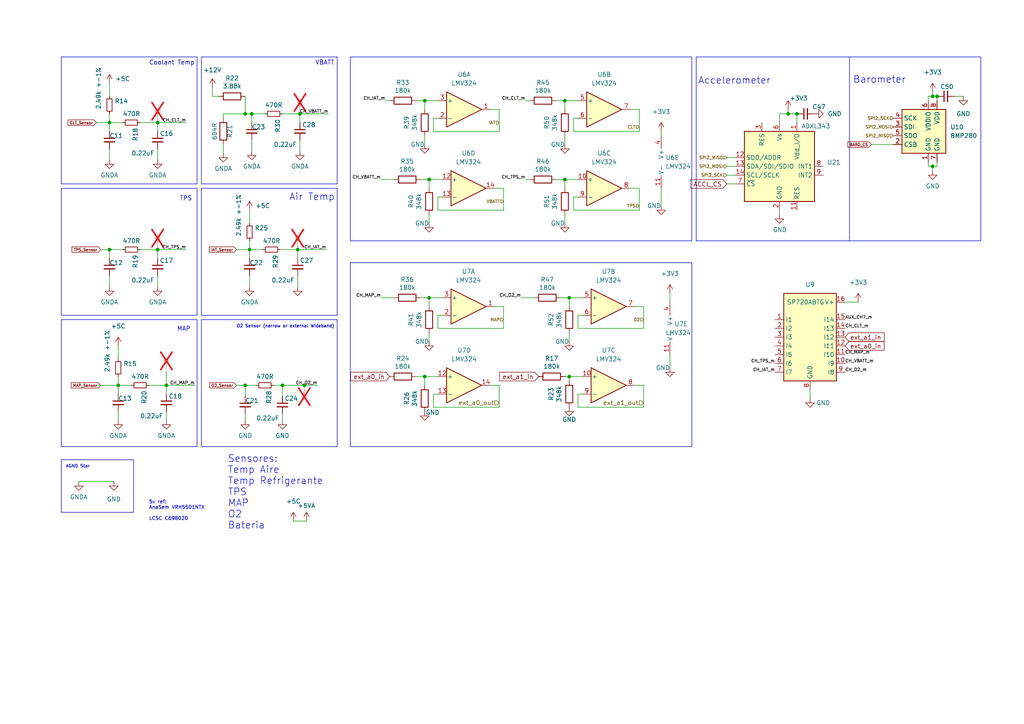
<source format=kicad_sch>
(kicad_sch (version 20231120) (generator "eeschema") (generator_version "8.0")
  (paper "A4")
  (title_block (title "μEFI (Speeduino FW compatible)") (date "2023-12-25") (rev "v6.1") (company "Churrosoft ®") (comment 1 "CERN-OHL-S-2.0 license"))
  (junction (at 72.39 72.39))
  (junction (at 270.51 27.94))
  (junction (at 123.19 109.22))
  (junction (at 123.19 29.21))
  (junction (at 31.75 72.39))
  (junction (at 45.72 35.56))
  (junction (at 270.51 48.26))
  (junction (at 86.995 33.02))
  (junction (at 34.29 111.76))
  (junction (at 45.72 72.39))
  (junction (at 165.1 86.36))
  (junction (at 231.14 33.02))
  (junction (at 124.46 86.36))
  (junction (at 81.915 111.76))
  (junction (at 271.78 27.94))
  (junction (at 165.1 109.22))
  (junction (at 163.83 29.21))
  (junction (at 124.46 52.07))
  (junction (at 31.75 35.56))
  (junction (at 86.36 72.39))
  (junction (at 73.025 33.02))
  (junction (at 71.12 111.76))
  (junction (at 48.26 111.76))
  (junction (at 71.12 33.02))
  (junction (at 163.83 52.07))
  (junction (at 88.265 111.76))
  (junction (at 228.6 33.02))
  (wire (pts (xy 45.72 80.01) (xy 45.72 83.185)))
  (wire (pts (xy 127 114.3) (xy 125.73 114.3)))
  (polyline (pts (xy 97.79 16.51) (xy 97.79 53.34)))
  (wire (pts (xy 63.5 27.94) (xy 61.595 27.94)))
  (wire (pts (xy 110.49 86.36) (xy 114.3 86.36)))
  (wire (pts (xy 31.75 35.56) (xy 35.56 35.56)))
  (wire (pts (xy 48.26 107.95) (xy 48.26 111.76)))
  (wire (pts (xy 271.78 29.21) (xy 271.78 27.94)))
  (wire (pts (xy 270.51 27.94) (xy 269.24 27.94)))
  (wire (pts (xy 166.37 60.96) (xy 185.42 60.96)))
  (polyline (pts (xy 246.38 16.51) (xy 246.38 69.85)))
  (wire (pts (xy 144.78 38.1) (xy 144.78 31.75)))
  (wire (pts (xy 124.46 52.07) (xy 128.27 52.07)))
  (wire (pts (xy 167.64 57.15) (xy 166.37 57.15)))
  (wire (pts (xy 210.82 53.34) (xy 213.36 53.34)))
  (wire (pts (xy 128.27 91.44) (xy 127 91.44)))
  (wire (pts (xy 127 95.25) (xy 146.05 95.25)))
  (wire (pts (xy 152.4 52.07) (xy 153.67 52.07)))
  (wire (pts (xy 271.78 27.94) (xy 270.51 27.94)))
  (wire (pts (xy 45.72 38.1) (xy 45.72 35.56)))
  (wire (pts (xy 64.77 33.02) (xy 64.77 34.29)))
  (polyline (pts (xy 57.15 92.71) (xy 57.15 129.54)))
  (wire (pts (xy 271.78 46.99) (xy 271.78 48.26)))
  (wire (pts (xy 68.58 111.76) (xy 71.12 111.76)))
  (wire (pts (xy 31.75 80.01) (xy 31.75 83.185)))
  (wire (pts (xy 167.64 114.3) (xy 167.64 118.11)))
  (wire (pts (xy 86.36 74.93) (xy 86.36 72.39)))
  (wire (pts (xy 161.29 52.07) (xy 163.83 52.07)))
  (wire (pts (xy 166.37 34.29) (xy 166.37 38.1)))
  (wire (pts (xy 146.05 95.25) (xy 146.05 88.9)))
  (wire (pts (xy 88.265 111.76) (xy 92.075 111.76)))
  (wire (pts (xy 31.75 24.13) (xy 31.75 27.94)))
  (wire (pts (xy 123.19 29.21) (xy 123.19 31.75)))
  (wire (pts (xy 72.39 72.39) (xy 72.39 74.93)))
  (wire (pts (xy 269.24 48.26) (xy 269.24 46.99)))
  (wire (pts (xy 72.39 69.85) (xy 72.39 72.39)))
  (wire (pts (xy 167.64 91.44) (xy 167.64 95.25)))
  (wire (pts (xy 110.49 52.07) (xy 114.3 52.07)))
  (wire (pts (xy 168.91 114.3) (xy 167.64 114.3)))
  (wire (pts (xy 31.75 35.56) (xy 31.75 38.1)))
  (polyline (pts (xy 97.79 53.34) (xy 58.42 53.34)))
  (wire (pts (xy 163.83 52.07) (xy 163.83 54.61)))
  (wire (pts (xy 186.69 111.76) (xy 184.15 111.76)))
  (wire (pts (xy 123.19 41.91) (xy 123.19 39.37)))
  (wire (pts (xy 269.24 27.94) (xy 269.24 29.21)))
  (polyline (pts (xy 58.42 92.71) (xy 58.42 129.54)))
  (wire (pts (xy 167.64 34.29) (xy 166.37 34.29)))
  (wire (pts (xy 163.83 64.77) (xy 163.83 62.23)))
  (wire (pts (xy 86.36 72.39) (xy 94.615 72.39)))
  (wire (pts (xy 71.12 33.02) (xy 73.025 33.02)))
  (polyline (pts (xy 17.78 92.71) (xy 17.78 129.54)))
  (wire (pts (xy 34.29 111.76) (xy 38.1 111.76)))
  (wire (pts (xy 123.19 29.21) (xy 127 29.21)))
  (wire (pts (xy 163.83 29.21) (xy 167.64 29.21)))
  (wire (pts (xy 210.82 48.26) (xy 213.36 48.26)))
  (wire (pts (xy 165.1 109.22) (xy 165.1 110.49)))
  (wire (pts (xy 85.09 151.13) (xy 88.9 151.13)))
  (wire (pts (xy 48.26 119.38) (xy 48.26 121.92)))
  (wire (pts (xy 144.78 118.11) (xy 144.78 111.76)))
  (wire (pts (xy 127 57.15) (xy 127 60.96)))
  (wire (pts (xy 124.46 86.36) (xy 124.46 88.9)))
  (wire (pts (xy 31.75 72.39) (xy 35.56 72.39)))
  (wire (pts (xy 270.51 26.67) (xy 270.51 27.94)))
  (wire (pts (xy 226.06 62.23) (xy 226.06 60.96)))
  (wire (pts (xy 127 91.44) (xy 127 95.25)))
  (wire (pts (xy 31.75 33.02) (xy 31.75 35.56)))
  (wire (pts (xy 120.65 29.21) (xy 123.19 29.21)))
  (wire (pts (xy 22.86 139.7) (xy 33.02 139.7)))
  (wire (pts (xy 191.77 54.61) (xy 191.77 59.69)))
  (wire (pts (xy 71.12 120.015) (xy 71.12 121.92)))
  (wire (pts (xy 125.73 118.11) (xy 144.78 118.11)))
  (wire (pts (xy 125.73 38.1) (xy 144.78 38.1)))
  (wire (pts (xy 186.69 118.11) (xy 186.69 111.76)))
  (polyline (pts (xy 17.78 16.51) (xy 57.15 16.51)))
  (wire (pts (xy 245.11 87.63) (xy 248.92 87.63)))
  (wire (pts (xy 86.995 35.56) (xy 86.995 33.02)))
  (polyline (pts (xy 17.78 16.51) (xy 17.78 53.34)))
  (polyline (pts (xy 58.42 16.51) (xy 97.79 16.51)))
  (wire (pts (xy 72.39 60.96) (xy 72.39 64.77)))
  (polyline (pts (xy 38.735 148.59) (xy 17.78 148.59)))
  (wire (pts (xy 124.46 99.06) (xy 124.46 96.52)))
  (wire (pts (xy 194.31 102.87) (xy 194.31 106.68)))
  (wire (pts (xy 86.995 33.02) (xy 95.25 33.02)))
  (wire (pts (xy 73.025 33.02) (xy 73.025 35.56)))
  (polyline (pts (xy 17.78 92.71) (xy 57.15 92.71)))
  (polyline (pts (xy 58.42 54.61) (xy 58.42 91.44)))
  (wire (pts (xy 28.575 111.76) (xy 34.29 111.76)))
  (wire (pts (xy 45.72 74.93) (xy 45.72 72.39)))
  (wire (pts (xy 64.77 41.91) (xy 64.77 44.45)))
  (wire (pts (xy 163.83 52.07) (xy 167.64 52.07)))
  (wire (pts (xy 165.1 86.36) (xy 165.1 88.9)))
  (wire (pts (xy 146.05 88.9) (xy 143.51 88.9)))
  (wire (pts (xy 123.19 109.22) (xy 127 109.22)))
  (wire (pts (xy 165.1 86.36) (xy 168.91 86.36)))
  (wire (pts (xy 186.69 88.9) (xy 184.15 88.9)))
  (wire (pts (xy 81.915 33.02) (xy 86.995 33.02)))
  (wire (pts (xy 270.51 49.53) (xy 270.51 48.26)))
  (wire (pts (xy 151.13 86.36) (xy 154.94 86.36)))
  (polyline (pts (xy 57.15 16.51) (xy 57.15 53.34)))
  (wire (pts (xy 27.94 35.56) (xy 31.75 35.56)))
  (wire (pts (xy 124.46 64.77) (xy 124.46 62.23)))
  (wire (pts (xy 166.37 38.1) (xy 185.42 38.1)))
  (wire (pts (xy 29.21 72.39) (xy 31.75 72.39)))
  (wire (pts (xy 146.05 60.96) (xy 146.05 54.61)))
  (wire (pts (xy 125.73 34.29) (xy 125.73 38.1)))
  (wire (pts (xy 64.77 33.02) (xy 71.12 33.02)))
  (wire (pts (xy 185.42 60.96) (xy 185.42 54.61)))
  (wire (pts (xy 228.6 31.75) (xy 228.6 33.02)))
  (wire (pts (xy 144.78 31.75) (xy 142.24 31.75)))
  (wire (pts (xy 120.65 109.22) (xy 123.19 109.22)))
  (wire (pts (xy 163.83 109.22) (xy 165.1 109.22)))
  (wire (pts (xy 167.64 118.11) (xy 186.69 118.11)))
  (wire (pts (xy 165.1 99.06) (xy 165.1 96.52)))
  (wire (pts (xy 121.92 86.36) (xy 124.46 86.36)))
  (wire (pts (xy 34.29 119.38) (xy 34.29 121.92)))
  (wire (pts (xy 210.82 45.72) (xy 213.36 45.72)))
  (wire (pts (xy 45.72 35.56) (xy 53.975 35.56)))
  (wire (pts (xy 161.29 29.21) (xy 163.83 29.21)))
  (wire (pts (xy 279.4 27.94) (xy 276.86 27.94)))
  (wire (pts (xy 86.36 80.01) (xy 86.36 83.185)))
  (wire (pts (xy 185.42 54.61) (xy 182.88 54.61)))
  (wire (pts (xy 40.64 72.39) (xy 45.72 72.39)))
  (wire (pts (xy 61.595 27.94) (xy 61.595 25.4)))
  (wire (pts (xy 165.1 109.22) (xy 168.91 109.22)))
  (wire (pts (xy 128.27 57.15) (xy 127 57.15)))
  (polyline (pts (xy 97.79 91.44) (xy 58.42 91.44)))
  (wire (pts (xy 163.83 41.91) (xy 163.83 39.37)))
  (wire (pts (xy 185.42 31.75) (xy 182.88 31.75)))
  (polyline (pts (xy 57.15 53.34) (xy 17.78 53.34)))
  (wire (pts (xy 71.12 27.94) (xy 71.12 33.02)))
  (wire (pts (xy 185.42 38.1) (xy 185.42 31.75)))
  (wire (pts (xy 271.78 48.26) (xy 270.51 48.26)))
  (wire (pts (xy 124.46 86.36) (xy 128.27 86.36)))
  (polyline (pts (xy 21.59 133.35) (xy 38.735 133.35)))
  (wire (pts (xy 73.025 40.64) (xy 73.025 43.815)))
  (wire (pts (xy 43.18 111.76) (xy 48.26 111.76)))
  (wire (pts (xy 226.06 33.02) (xy 228.6 33.02)))
  (wire (pts (xy 73.025 33.02) (xy 76.835 33.02)))
  (wire (pts (xy 72.39 72.39) (xy 76.2 72.39)))
  (wire (pts (xy 152.4 29.21) (xy 153.67 29.21)))
  (wire (pts (xy 194.31 85.09) (xy 194.31 87.63)))
  (wire (pts (xy 234.95 113.03) (xy 234.95 115.57)))
  (wire (pts (xy 123.19 109.22) (xy 123.19 111.76)))
  (wire (pts (xy 79.375 111.76) (xy 81.915 111.76)))
  (wire (pts (xy 81.915 111.76) (xy 88.265 111.76)))
  (wire (pts (xy 71.12 111.76) (xy 71.12 114.935)))
  (polyline (pts (xy 17.78 148.59) (xy 17.78 133.35)))
  (polyline (pts (xy 17.78 133.35) (xy 21.59 133.35)))
  (wire (pts (xy 270.51 48.26) (xy 269.24 48.26)))
  (polyline (pts (xy 97.79 54.61) (xy 97.79 91.44)))
  (wire (pts (xy 231.14 35.56) (xy 231.14 33.02)))
  (wire (pts (xy 45.72 72.39) (xy 53.975 72.39)))
  (polyline (pts (xy 38.735 133.35) (xy 38.735 148.59)))
  (wire (pts (xy 111.76 29.21) (xy 113.03 29.21)))
  (wire (pts (xy 162.56 86.36) (xy 165.1 86.36)))
  (wire (pts (xy 252.73 41.91) (xy 259.08 41.91)))
  (wire (pts (xy 48.26 111.76) (xy 56.515 111.76)))
  (wire (pts (xy 124.46 52.07) (xy 124.46 54.61)))
  (polyline (pts (xy 17.78 54.61) (xy 57.15 54.61)))
  (wire (pts (xy 231.14 33.02) (xy 228.6 33.02)))
  (polyline (pts (xy 58.42 92.71) (xy 97.79 92.71)))
  (wire (pts (xy 86.995 40.64) (xy 86.995 43.815)))
  (wire (pts (xy 144.78 111.76) (xy 142.24 111.76)))
  (wire (pts (xy 166.37 57.15) (xy 166.37 60.96)))
  (wire (pts (xy 34.29 111.76) (xy 34.29 114.3)))
  (wire (pts (xy 167.64 95.25) (xy 186.69 95.25)))
  (wire (pts (xy 168.91 91.44) (xy 167.64 91.44)))
  (wire (pts (xy 81.915 111.76) (xy 81.915 114.935)))
  (wire (pts (xy 48.26 114.3) (xy 48.26 111.76)))
  (polyline (pts (xy 97.79 92.71) (xy 97.79 129.54)))
  (wire (pts (xy 45.72 43.18) (xy 45.72 46.355)))
  (wire (pts (xy 191.77 38.1) (xy 191.77 39.37)))
  (polyline (pts (xy 97.79 129.54) (xy 58.42 129.54)))
  (polyline (pts (xy 58.42 54.61) (xy 97.79 54.61)))
  (wire (pts (xy 40.64 35.56) (xy 45.72 35.56)))
  (wire (pts (xy 210.82 50.8) (xy 213.36 50.8)))
  (polyline (pts (xy 17.78 54.61) (xy 17.78 91.44)))
  (polyline (pts (xy 58.42 16.51) (xy 58.42 53.34)))
  (wire (pts (xy 31.75 43.18) (xy 31.75 46.355)))
  (wire (pts (xy 163.83 29.21) (xy 163.83 31.75)))
  (wire (pts (xy 81.28 72.39) (xy 86.36 72.39)))
  (polyline (pts (xy 57.15 91.44) (xy 17.78 91.44)))
  (wire (pts (xy 121.92 52.07) (xy 124.46 52.07)))
  (polyline (pts (xy 57.15 129.54) (xy 17.78 129.54)))
  (polyline (pts (xy 57.15 54.61) (xy 57.15 91.44)))
  (wire (pts (xy 71.12 111.76) (xy 74.295 111.76)))
  (wire (pts (xy 72.39 80.01) (xy 72.39 83.185)))
  (wire (pts (xy 31.75 72.39) (xy 31.75 74.93)))
  (wire (pts (xy 146.05 54.61) (xy 143.51 54.61)))
  (wire (pts (xy 34.29 109.22) (xy 34.29 111.76)))
  (wire (pts (xy 81.915 121.92) (xy 81.915 120.015)))
  (wire (pts (xy 186.69 95.25) (xy 186.69 88.9)))
  (wire (pts (xy 34.29 100.33) (xy 34.29 104.14)))
  (wire (pts (xy 127 60.96) (xy 146.05 60.96)))
  (wire (pts (xy 127 34.29) (xy 125.73 34.29)))
  (wire (pts (xy 226.06 35.56) (xy 226.06 33.02)))
  (wire (pts (xy 68.58 72.39) (xy 72.39 72.39)))
  (wire (pts (xy 125.73 114.3) (xy 125.73 118.11)))
  (rectangle (start 201.93 16.51) (end 284.48 69.85))
  (rectangle (start 101.6 16.51) (end 200.66 69.85))
  (rectangle (start 101.6 76.2) (end 200.66 129.54))
  (text "Barometer" (at 247.396 24.384 0) (effects (font (size 1.9812 1.9812)) (justify left bottom)))
  (text "O2 Sensor (narrow or external Wideband)" (at 68.58 95.25 0) (effects (font (size 0.889 0.889)) (justify left bottom)))
  (text "Accelerometer" (at 202.438 24.638 0) (effects (font (size 1.9812 1.9812)) (justify left bottom)))
  (text "Air Temp" (at 83.82 58.42 0) (effects (font (size 2 2)) (justify left bottom)))
  (text "TPS" (at 52.07 58.42 0) (effects (font (size 1.27 1.27)) (justify left bottom)))
  (text "AGND Star" (at 19.05 135.89 0) (effects (font (size 0.889 0.889)) (justify left bottom)))
  (text "VBATT" (at 91.44 19.05 0) (effects (font (size 1.27 1.27)) (justify left bottom)))
  (text "MAP" (at 51.308 96.266 0) (effects (font (size 1.27 1.27)) (justify left bottom)))
  (text "Coolant Temp" (at 43.18 19.05 0) (effects (font (size 1.27 1.27)) (justify left bottom)))
  (text "Sensores:\nTemp Aire\nTemp Refrigerante\nTPS\nMAP\nO2\nBateria\n" (at 66.04 153.67 0) (effects (font (size 2 2)) (justify left bottom)))
  (text "5v ref:\nAnaSem VRH5501NTX\n\nLCSC C698020" (at 43.18 151.13 0) (effects (font (size 1 1)) (justify left bottom)))
  (label "CH_CLT_m" (at 53.975 35.56 180) (effects (font (size 0.889 0.889))))
  (label "CH_O2_m" (at 151.13 86.36 180) (effects (font (size 0.889 0.889))))
  (label "CH_TPS_m" (at 152.4 52.07 180) (effects (font (size 0.889 0.889))))
  (label "CH_IAT_m" (at 111.76 29.21 180) (effects (font (size 0.889 0.889))))
  (label "AUX_CH7_m" (at 245.11 92.71 0) (effects (font (size 0.889 0.889))))
  (label "CH_CLT_m" (at 245.11 95.25 0) (effects (font (size 0.889 0.889))))
  (label "CH_TPS_m" (at 53.975 72.39 180) (effects (font (size 0.889 0.889))))
  (label "CH_IAT_m" (at 224.79 107.95 180) (effects (font (size 0.889 0.889))))
  (label "CH_TPS_m" (at 224.79 105.41 180) (effects (font (size 0.889 0.889))))
  (label "CH_CLT_m" (at 152.4 29.21 180) (effects (font (size 0.889 0.889))))
  (label "CH_MAP_m" (at 110.49 86.36 180) (effects (font (size 0.889 0.889))))
  (label "CH_IAT_m" (at 94.615 72.39 180) (effects (font (size 0.889 0.889))))
  (label "CH_VBATT_m" (at 110.49 52.07 180) (effects (font (size 0.889 0.889))))
  (label "CH_VBATT_m" (at 95.25 33.02 180) (effects (font (size 0.889 0.889))))
  (label "CH_VBATT_m" (at 245.11 105.41 0) (effects (font (size 0.889 0.889))))
  (label "CH_MAP_m" (at 56.515 111.76 180) (effects (font (size 0.889 0.889))))
  (label "CH_O2_m" (at 92.075 111.76 180) (effects (font (size 0.889 0.889))))
  (label "CH_MAP_m" (at 245.11 102.87 0) (effects (font (size 0.889 0.889))))
  (label "CH_O2_m" (at 245.11 107.95 0) (effects (font (size 0.889 0.889))))
  (global_label "TPS_Sensor" (shape input) (at 29.21 72.39 180) (effects (font (size 0.8 0.8))) (property "Intersheetrefs" "${INTERSHEET_REFS}" (effects (hide yes))))
  (global_label "ACCL_CS" (shape input) (at 210.82 53.34 180) (property "Intersheetrefs" "${INTERSHEET_REFS}" (effects (hide yes))))
  (global_label "BARO_CS" (shape input) (at 252.73 41.91 180) (effects (font (size 0.8 0.8))) (property "Intersheetrefs" "${INTERSHEET_REFS}" (effects (hide yes))))
  (global_label "CLT_Sensor" (shape input) (at 27.94 35.56 180) (effects (font (size 0.8 0.8))) (property "Intersheetrefs" "${INTERSHEET_REFS}" (effects (hide yes))))
  (global_label "ext_a1_in" (shape input) (at 245.11 97.79 0) (property "Intersheetrefs" "${INTERSHEET_REFS}" (effects (hide yes))))
  (global_label "ext_a1_in" (shape input) (at 156.21 109.22 180) (property "Intersheetrefs" "${INTERSHEET_REFS}" (effects (hide yes))))
  (global_label "O2_Sensor" (shape input) (at 68.58 111.76 180) (effects (font (size 0.8 0.8))) (property "Intersheetrefs" "${INTERSHEET_REFS}" (effects (hide yes))))
  (global_label "MAP_Sensor" (shape input) (at 29.21 111.76 180) (effects (font (size 0.8 0.8))) (property "Intersheetrefs" "${INTERSHEET_REFS}" (effects (hide yes))))
  (global_label "IAT_Sensor" (shape input) (at 68.58 72.39 180) (effects (font (size 0.8 0.8))) (property "Intersheetrefs" "${INTERSHEET_REFS}" (effects (hide yes))))
  (global_label "ext_a0_in" (shape input) (at 245.11 100.33 0) (property "Intersheetrefs" "${INTERSHEET_REFS}" (effects (hide yes))))
  (global_label "ext_a0_in" (shape input) (at 113.03 109.22 180) (property "Intersheetrefs" "${INTERSHEET_REFS}" (effects (hide yes))))
  (hierarchical_label "SPI2_MISO" (shape input) (at 210.82 45.72 180) (effects (font (size 0.889 0.889))))
  (hierarchical_label "VBATT" (shape input) (at 146.05 58.42 180) (effects (font (size 0.889 0.889))))
  (hierarchical_label "SPI2_MOSI" (shape input) (at 259.08 36.83 180) (effects (font (size 0.889 0.889))))
  (hierarchical_label "SPI2_SCK" (shape input) (at 259.08 34.29 180) (effects (font (size 0.889 0.889))))
  (hierarchical_label "TPS" (shape input) (at 185.42 59.69 180) (effects (font (size 0.889 0.889))))
  (hierarchical_label "ext_a1_out" (shape input) (at 186.69 116.84 180))
  (hierarchical_label "SPI2_MISO" (shape input) (at 259.08 39.37 180) (effects (font (size 0.889 0.889))))
  (hierarchical_label "MAP" (shape input) (at 146.05 92.71 180) (effects (font (size 0.889 0.889))))
  (hierarchical_label "ext_a0_out" (shape input) (at 144.78 116.84 180))
  (hierarchical_label "CLT" (shape input) (at 185.42 36.83 180) (effects (font (size 0.889 0.889))))
  (hierarchical_label "O2" (shape input) (at 186.69 92.71 180) (effects (font (size 0.889 0.889))))
  (hierarchical_label "SPI2_SCK" (shape input) (at 210.82 50.8 180) (effects (font (size 0.889 0.889))))
  (hierarchical_label "IAT" (shape input) (at 144.78 35.56 180) (effects (font (size 0.889 0.889))))
  (hierarchical_label "SPI2_MOSI" (shape input) (at 210.82 48.26 180) (effects (font (size 0.889 0.889))))
  (symbol (lib_id "Amplifier_Operational:LMV324") (at 135.89 88.9 0) (unit 1)
    (property "Reference" "U7" (at 135.89 78.74 0))
    (property "Value" "LMV324" (at 135.89 81.28 0))
    (property "Footprint" "Package_SO:TSSOP-14_4.4x5mm_P0.65mm" (effects (hide yes)))
    (property "Datasheet" "http://www.ti.com/lit/ds/symlink/lmv324.pdf" (effects (hide yes)))
    (property "LCSC" "C7975" (effects (hide yes)))
    (property "STOCK" "ICS-000346-00" (effects (hide yes)))
  )
  (symbol (lib_id "power:GND") (at 191.77 59.69 0) (unit 1)
    (property "Reference" "#PWR078" (effects (hide yes)))
    (property "Value" "GND" (at 191.77 59.69 0) (effects (justify right)))
  )
  (symbol (lib_id "power:GND") (at 234.95 115.57 0) (unit 1)
    (property "Reference" "#PWR084" (effects (hide yes)))
    (property "Value" "GND" (at 238.76 116.84 0))
  )
  (symbol (lib_id "Device:R") (at 158.75 86.36 270) (unit 1)
    (property "Reference" "R47" (at 158.75 81.1022 90))
    (property "Value" "180k" (at 158.75 83.4136 90))
    (property "Footprint" "Resistor_SMD:R_0805_2012Metric" (effects (hide yes)))
    (property "Digikey Part Number" "311-180KCRCT-ND" (effects (hide yes)))
    (property "Manufacturer_Name" "Yageo" (effects (hide yes)))
    (property "Manufacturer_Part_Number" "RC0805FR-07180KL" (effects (hide yes)))
    (property "URL" "https://www.digikey.com.au/product-detail/en/yageo/RC0805FR-07180KL/311-180KCRCT-ND/730597" (effects (hide yes)))
    (property "LCSC" "C17501" (effects (hide yes)))
    (property "STOCK" "RES-000339-00" (effects (hide yes)))
  )
  (symbol (lib_id "Device:R") (at 116.84 109.22 270) (unit 1)
    (property "Reference" "R24" (at 116.84 103.9622 90))
    (property "Value" "180k" (at 116.84 106.2736 90))
    (property "Footprint" "Resistor_SMD:R_0805_2012Metric" (effects (hide yes)))
    (property "Digikey Part Number" "311-180KCRCT-ND" (effects (hide yes)))
    (property "Manufacturer_Name" "Yageo" (effects (hide yes)))
    (property "Manufacturer_Part_Number" "RC0805FR-07180KL" (effects (hide yes)))
    (property "URL" "https://www.digikey.com.au/product-detail/en/yageo/RC0805FR-07180KL/311-180KCRCT-ND/730597" (effects (hide yes)))
    (property "LCSC" "C17501" (effects (hide yes)))
    (property "STOCK" "RES-000339-00" (effects (hide yes)))
  )
  (symbol (lib_id "Device:R_Small") (at 38.1 35.56 270) (unit 1)
    (property "Reference" "R18" (at 39.2684 37.0586 0) (effects (justify left)))
    (property "Value" "470R" (at 35.56 33.02 90) (effects (justify left)))
    (property "Footprint" "Resistor_SMD:R_0805_2012Metric" (effects (hide yes)))
    (property "LCSC" "C114564" (effects (hide yes)))
    (property "STOCK" "RES-000077-00" (effects (hide yes)))
  )
  (symbol (lib_id "Device:C_Small") (at 31.75 40.64 0) (unit 1)
    (property "Reference" "C11" (at 31.75 39.37 0) (effects (justify left)))
    (property "Value" "100nF" (effects (hide yes)))
    (property "Footprint" "Capacitor_SMD:C_0805_2012Metric" (effects (hide yes)))
    (property "LCSC" "C49678" (effects (hide yes)))
    (property "STOCK" "CAP-000175-00" (effects (hide yes)))
  )
  (symbol (lib_id "power:GNDA") (at 45.72 46.355 0) (unit 1)
    (property "Reference" "#PWR037" (effects (hide yes)))
    (property "Value" "GNDA" (at 45.72 50.8 0))
  )
  (symbol (lib_id "Amplifier_Operational:LMV324") (at 135.89 54.61 0) (unit 4)
    (property "Reference" "U6" (at 135.89 44.45 0))
    (property "Value" "LMV324" (at 135.89 46.99 0))
    (property "Footprint" "Package_SO:TSSOP-14_4.4x5mm_P0.65mm" (effects (hide yes)))
    (property "Datasheet" "http://www.ti.com/lit/ds/symlink/lmv324.pdf" (effects (hide yes)))
    (property "LCSC" "C7975" (effects (hide yes)))
    (property "STOCK" "ICS-000346-00" (effects (hide yes)))
  )
  (symbol (lib_id "Device:R") (at 67.31 27.94 270) (unit 1)
    (property "Reference" "R22" (at 67.31 22.6822 90))
    (property "Value" "3.88k" (at 67.31 24.9936 90))
    (property "Footprint" "Resistor_SMD:R_0603_1608Metric" (effects (hide yes)))
    (property "Tolerance" "1%" (effects (hide yes)))
    (property "Digikey Part Number" "YAG4550CT-ND" (effects (hide yes)))
    (property "Manufacturer_Name" "Yageo" (effects (hide yes)))
    (property "Manufacturer_Part_Number" "RT0603BRD073K88L" (effects (hide yes)))
    (property "URL" "https://www.digikey.com/product-detail/en/yageo/RT0603BRD073K88L/YAG4550CT-ND/6616706" (effects (hide yes)))
    (property "LCSC" "C861385" (effects (hide yes)))
    (property "STOCK" "RES-000341-00" (effects (hide yes)))
  )
  (symbol (lib_id "Device:R") (at 123.19 35.56 0) (unit 1)
    (property "Reference" "R39" (at 117.9322 35.56 90))
    (property "Value" "348k" (at 120.2436 35.56 90))
    (property "Footprint" "Resistor_SMD:R_0805_2012Metric" (effects (hide yes)))
    (property "Digikey Part Number" "P348KCDKR-ND" (effects (hide yes)))
    (property "Manufacturer_Name" "Panasonic" (effects (hide yes)))
    (property "Manufacturer_Part_Number" "ERJ-6ENF3483V" (effects (hide yes)))
    (property "URL" "https://www.digikey.com.au/product-detail/en/panasonic-electronic-components/ERJ-6ENF3483V/P348KCDKR-ND/576673" (effects (hide yes)))
    (property "LCSC" "C17638" (effects (hide yes)))
    (property "STOCK" "RES-000342-00" (effects (hide yes)))
  )
  (symbol (lib_id "Device:R") (at 165.1 114.3 0) (unit 1)
    (property "Reference" "R23" (at 159.8422 114.3 90))
    (property "Value" "348k" (at 162.1536 114.3 90))
    (property "Footprint" "Resistor_SMD:R_0805_2012Metric" (effects (hide yes)))
    (property "Digikey Part Number" "P348KCDKR-ND" (effects (hide yes)))
    (property "Manufacturer_Name" "Panasonic" (effects (hide yes)))
    (property "Manufacturer_Part_Number" "ERJ-6ENF3483V" (effects (hide yes)))
    (property "URL" "https://www.digikey.com.au/product-detail/en/panasonic-electronic-components/ERJ-6ENF3483V/P348KCDKR-ND/576673" (effects (hide yes)))
    (property "LCSC" "C17638" (effects (hide yes)))
    (property "STOCK" "RES-000342-00" (effects (hide yes)))
  )
  (symbol (lib_id "power:GND") (at 124.46 99.06 0) (unit 1)
    (property "Reference" "#PWR061" (effects (hide yes)))
    (property "Value" "GND" (at 124.46 99.06 0) (effects (justify right)))
  )
  (symbol (lib_id "power:+12V") (at 61.595 25.4 0) (unit 1)
    (property "Reference" "#PWR040" (effects (hide yes)))
    (property "Value" "+12V" (at 61.595 20.32 0))
  )
  (symbol (lib_id "power:+5C") (at 31.75 24.13 0) (unit 1)
    (property "Reference" "#PWR029" (effects (hide yes)))
    (property "Value" "+5C" (at 35.56 22.86 0))
  )
  (symbol (lib_id "Device:R") (at 118.11 86.36 270) (unit 1)
    (property "Reference" "R36" (at 118.11 81.1022 90))
    (property "Value" "180k" (at 118.11 83.4136 90))
    (property "Footprint" "Resistor_SMD:R_0805_2012Metric" (effects (hide yes)))
    (property "Digikey Part Number" "311-180KCRCT-ND" (effects (hide yes)))
    (property "Manufacturer_Name" "Yageo" (effects (hide yes)))
    (property "Manufacturer_Part_Number" "RC0805FR-07180KL" (effects (hide yes)))
    (property "URL" "https://www.digikey.com.au/product-detail/en/yageo/RC0805FR-07180KL/311-180KCRCT-ND/730597" (effects (hide yes)))
    (property "LCSC" "C17501" (effects (hide yes)))
    (property "STOCK" "RES-000339-00" (effects (hide yes)))
  )
  (symbol (lib_id "power:GNDA") (at 31.75 83.185 0) (unit 1)
    (property "Reference" "#PWR031" (effects (hide yes)))
    (property "Value" "GNDA" (at 31.75 87.63 0))
  )
  (symbol (lib_id "Device:C_Small") (at 274.32 27.94 90) (unit 1)
    (property "Reference" "C50" (at 276.606 25.146 90) (effects (justify left)))
    (property "Value" "100nF" (effects (hide yes)))
    (property "Footprint" "Capacitor_SMD:C_0805_2012Metric" (effects (hide yes)))
    (property "LCSC" "C49678" (effects (hide yes)))
    (property "STOCK" "CAP-000175-00" (effects (hide yes)))
  )
  (symbol (lib_id "Device:C_Small") (at 86.995 38.1 0) (unit 1)
    (property "Reference" "C28" (at 87.63 36.195 0) (effects (justify left)))
    (property "Value" "0.22uF" (at 79.375 41.91 0) (effects (justify left)))
    (property "Footprint" "Capacitor_SMD:C_0603_1608Metric" (effects (hide yes)))
    (property "LCSC" "C21120" (effects (hide yes)))
    (property "STOCK" "CAP-000273-00" (effects (hide yes)))
  )
  (symbol (lib_id "power:+3V3") (at 228.6 31.75 0) (unit 1)
    (property "Reference" "#PWR0161" (effects (hide yes)))
    (property "Value" "+3V3" (at 228.981 28.4988 0) (effects (justify left)))
  )
  (symbol (lib_id "Amplifier_Operational:LMV324") (at 196.85 95.25 0) (unit 5)
    (property "Reference" "U7" (at 195.58 93.98 0) (effects (justify left)))
    (property "Value" "LMV324" (at 193.04 96.52 0) (effects (justify left)))
    (property "Footprint" "Package_SO:TSSOP-14_4.4x5mm_P0.65mm" (effects (hide yes)))
    (property "Datasheet" "http://www.ti.com/lit/ds/symlink/lmv324.pdf" (effects (hide yes)))
    (property "LCSC" "C7975" (effects (hide yes)))
    (property "STOCK" "ICS-000346-00" (effects (hide yes)))
  )
  (symbol (lib_id "power:GND") (at 163.83 64.77 0) (unit 1)
    (property "Reference" "#PWR070" (effects (hide yes)))
    (property "Value" "GND" (at 163.83 64.77 0) (effects (justify right)))
  )
  (symbol (lib_id "Device:R_Small") (at 72.39 67.31 180) (unit 1)
    (property "Reference" "R25" (at 73.8886 66.1416 0) (effects (justify right)))
    (property "Value" "2.49k +-1%" (at 69.215 68.58 90) (effects (justify right)))
    (property "Footprint" "Resistor_SMD:R_0603_1608Metric" (effects (hide yes)))
    (property "LCSC" "C22908" (effects (hide yes)))
    (property "STOCK" "RES-000338-00" (effects (hide yes)))
  )
  (symbol (lib_name "GND_1") (lib_id "power:GND") (at 279.4 27.94 0) (unit 1)
    (property "Reference" "#PWR0157" (effects (hide yes)))
    (property "Value" "GND" (at 279.4 33.02 0))
    (property "Description" "Power symbol creates a global label with name \"GND\" , ground" (effects (hide yes)))
  )
  (symbol (lib_id "power:GNDA") (at 31.75 46.355 0) (unit 1)
    (property "Reference" "#PWR030" (effects (hide yes)))
    (property "Value" "GNDA" (at 31.75 50.8 0))
  )
  (symbol (lib_id "power:GND") (at 123.19 41.91 0) (unit 1)
    (property "Reference" "#PWR059" (effects (hide yes)))
    (property "Value" "GND" (at 123.19 41.91 0) (effects (justify right)))
  )
  (symbol (lib_id "Connector:TestPoint_Alt") (at 45.72 35.56 0) (unit 1) (in_bom no) (dnp yes)
    (property "Reference" "TP9" (effects (hide yes)))
    (property "Value" "TestPoint_Alt" (effects (hide yes)))
    (property "Footprint" "TestPoint:TestPoint_THTPad_1.0x1.0mm_Drill0.5mm" (effects (hide yes)))
  )
  (symbol (lib_id "power:GND") (at 163.83 41.91 0) (unit 1)
    (property "Reference" "#PWR069" (effects (hide yes)))
    (property "Value" "GND" (at 163.83 41.91 0) (effects (justify right)))
  )
  (symbol (lib_id "Device:C_Small") (at 48.26 116.84 0) (unit 1)
    (property "Reference" "C18" (at 48.895 114.935 0) (effects (justify left)))
    (property "Value" "0.22uF" (at 40.64 120.65 0) (effects (justify left)))
    (property "Footprint" "Capacitor_SMD:C_0603_1608Metric" (effects (hide yes)))
    (property "LCSC" "C21120" (effects (hide yes)))
    (property "STOCK" "CAP-000273-00" (effects (hide yes)))
  )
  (symbol (lib_id "Device:R") (at 116.84 29.21 270) (unit 1)
    (property "Reference" "R33" (at 116.84 23.9522 90))
    (property "Value" "180k" (at 116.84 26.2636 90))
    (property "Footprint" "Resistor_SMD:R_0805_2012Metric" (effects (hide yes)))
    (property "Digikey Part Number" "311-180KCRCT-ND" (effects (hide yes)))
    (property "Manufacturer_Name" "Yageo" (effects (hide yes)))
    (property "Manufacturer_Part_Number" "RC0805FR-07180KL" (effects (hide yes)))
    (property "URL" "https://www.digikey.com.au/product-detail/en/yageo/RC0805FR-07180KL/311-180KCRCT-ND/730597" (effects (hide yes)))
    (property "LCSC" "C17501" (effects (hide yes)))
    (property "STOCK" "RES-000339-00" (effects (hide yes)))
  )
  (symbol (lib_id "Device:C_Small") (at 31.75 77.47 0) (unit 1)
    (property "Reference" "C12" (at 31.75 76.2 0) (effects (justify left)))
    (property "Value" "100nF" (effects (hide yes)))
    (property "Footprint" "Capacitor_SMD:C_0805_2012Metric" (effects (hide yes)))
    (property "LCSC" "C49678" (effects (hide yes)))
    (property "STOCK" "CAP-000175-00" (effects (hide yes)))
  )
  (symbol (lib_id "Device:C_Small") (at 233.68 33.02 90) (unit 1)
    (property "Reference" "C47" (at 239.522 30.988 90) (effects (justify left)))
    (property "Value" "100nF" (effects (hide yes)))
    (property "Footprint" "Capacitor_SMD:C_0805_2012Metric" (effects (hide yes)))
    (property "LCSC" "C49678" (effects (hide yes)))
    (property "STOCK" "CAP-000175-00" (effects (hide yes)))
  )
  (symbol (lib_id "power:+3V3") (at 194.31 85.09 0) (unit 1)
    (property "Reference" "#PWR079" (effects (hide yes)))
    (property "Value" "+3V3" (at 194.31 79.375 0))
  )
  (symbol (lib_id "power:GND") (at 165.1 99.06 0) (unit 1)
    (property "Reference" "#PWR071" (effects (hide yes)))
    (property "Value" "GND" (at 165.1 99.06 0) (effects (justify right)))
  )
  (symbol (lib_id "power:GND") (at 71.12 121.92 0) (unit 1)
    (property "Reference" "#PWR046" (effects (hide yes)))
    (property "Value" "GND" (at 71.12 126.365 0))
  )
  (symbol (lib_id "Sensor_Pressure:BMP280") (at 269.24 39.37 0) (unit 1)
    (property "Reference" "U10" (at 275.59 36.83 0) (effects (justify left)))
    (property "Value" "BMP280" (at 275.59 39.37 0) (effects (justify left)))
    (property "Footprint" "Package_LGA:Bosch_LGA-8_2x2.5mm_P0.65mm_ClockwisePinNumbering" (effects (hide yes)))
    (property "Datasheet" "https://ae-bst.resource.bosch.com/media/_tech/media/datasheets/BST-BMP280-DS001.pdf" (effects (hide yes)))
    (property "LCSC" "C83291" (effects (hide yes)))
    (property "STOCK" "ICS-000357-00" (effects (hide yes)))
  )
  (symbol (lib_id "Device:C_Small") (at 45.72 40.64 0) (unit 1)
    (property "Reference" "C16" (at 46.355 38.735 0) (effects (justify left)))
    (property "Value" "0.22uF" (at 38.1 44.45 0) (effects (justify left)))
    (property "Footprint" "Capacitor_SMD:C_0603_1608Metric" (effects (hide yes)))
    (property "LCSC" "C21120" (effects (hide yes)))
    (property "STOCK" "CAP-000273-00" (effects (hide yes)))
  )
  (symbol (lib_id "Device:C_Small") (at 81.915 117.475 0) (unit 1)
    (property "Reference" "C24" (at 82.55 115.57 0) (effects (justify left)))
    (property "Value" "0.22uF" (at 74.295 121.285 0) (effects (justify left)))
    (property "Footprint" "Capacitor_SMD:C_0603_1608Metric" (effects (hide yes)))
    (property "LCSC" "C21120" (effects (hide yes)))
    (property "STOCK" "CAP-000273-00" (effects (hide yes)))
  )
  (symbol (lib_id "Connector:TestPoint_Alt") (at 88.265 111.76 180) (unit 1) (in_bom no) (dnp yes)
    (property "Reference" "TP16" (effects (hide yes)))
    (property "Value" "TestPoint_Alt" (effects (hide yes)))
    (property "Footprint" "TestPoint:TestPoint_THTPad_1.0x1.0mm_Drill0.5mm" (effects (hide yes)))
  )
  (symbol (lib_id "Connector:TestPoint_Alt") (at 48.26 107.95 0) (unit 1) (in_bom no) (dnp yes)
    (property "Reference" "TP11" (effects (hide yes)))
    (property "Value" "TestPoint_Alt" (effects (hide yes)))
    (property "Footprint" "TestPoint:TestPoint_THTPad_1.0x1.0mm_Drill0.5mm" (effects (hide yes)))
  )
  (symbol (lib_id "power:+3V3") (at 191.77 38.1 0) (unit 1)
    (property "Reference" "#PWR077" (effects (hide yes)))
    (property "Value" "+3V3" (at 191.77 32.385 0))
  )
  (symbol (lib_id "Device:R_Small") (at 34.29 106.68 180) (unit 1)
    (property "Reference" "R15" (at 35.7886 105.5116 0) (effects (justify right)))
    (property "Value" "2.49k +-1%" (at 31.115 107.95 90) (effects (justify right)))
    (property "Footprint" "Resistor_SMD:R_0603_1608Metric" (effects (hide yes)))
    (property "LCSC" "C22908" (effects (hide yes)))
    (property "STOCK" "RES-000338-00" (effects (hide yes)))
  )
  (symbol (lib_id "Connector:TestPoint_Alt") (at 45.72 72.39 0) (unit 1) (in_bom no) (dnp yes)
    (property "Reference" "TP10" (effects (hide yes)))
    (property "Value" "TestPoint_Alt" (effects (hide yes)))
    (property "Footprint" "TestPoint:TestPoint_THTPad_1.0x1.0mm_Drill0.5mm" (effects (hide yes)))
  )
  (symbol (lib_id "Device:R") (at 163.83 35.56 0) (unit 1)
    (property "Reference" "R50" (at 158.5722 35.56 90))
    (property "Value" "348k" (at 160.8836 35.56 90))
    (property "Footprint" "Resistor_SMD:R_0805_2012Metric" (effects (hide yes)))
    (property "Digikey Part Number" "P348KCDKR-ND" (effects (hide yes)))
    (property "Manufacturer_Name" "Panasonic" (effects (hide yes)))
    (property "Manufacturer_Part_Number" "ERJ-6ENF3483V" (effects (hide yes)))
    (property "URL" "https://www.digikey.com.au/product-detail/en/panasonic-electronic-components/ERJ-6ENF3483V/P348KCDKR-ND/576673" (effects (hide yes)))
    (property "LCSC" "C17638" (effects (hide yes)))
    (property "STOCK" "RES-000342-00" (effects (hide yes)))
  )
  (symbol (lib_id "Device:R_Small") (at 38.1 72.39 270) (unit 1)
    (property "Reference" "R19" (at 39.2684 73.8886 0) (effects (justify left)))
    (property "Value" "470R" (at 35.56 69.85 90) (effects (justify left)))
    (property "Footprint" "Resistor_SMD:R_0805_2012Metric" (effects (hide yes)))
    (property "LCSC" "C114564" (effects (hide yes)))
    (property "STOCK" "RES-000077-00" (effects (hide yes)))
  )
  (symbol (lib_id "power:+5C") (at 85.09 151.13 0) (unit 1)
    (property "Reference" "#PWR089" (effects (hide yes)))
    (property "Value" "+5C" (at 85.09 145.415 0))
  )
  (symbol (lib_id "Device:R_Small") (at 78.74 72.39 270) (unit 1)
    (property "Reference" "R29" (at 79.9084 73.8886 0) (effects (justify left)))
    (property "Value" "470R" (at 76.2 69.85 90) (effects (justify left)))
    (property "Footprint" "Resistor_SMD:R_0805_2012Metric" (effects (hide yes)))
    (property "LCSC" "C114564" (effects (hide yes)))
    (property "STOCK" "RES-000077-00" (effects (hide yes)))
  )
  (symbol (lib_id "Device:R") (at 160.02 109.22 270) (unit 1)
    (property "Reference" "R17" (at 160.02 103.9622 90))
    (property "Value" "180k" (at 160.02 106.2736 90))
    (property "Footprint" "Resistor_SMD:R_0805_2012Metric" (effects (hide yes)))
    (property "Digikey Part Number" "311-180KCRCT-ND" (effects (hide yes)))
    (property "Manufacturer_Name" "Yageo" (effects (hide yes)))
    (property "Manufacturer_Part_Number" "RC0805FR-07180KL" (effects (hide yes)))
    (property "URL" "https://www.digikey.com.au/product-detail/en/yageo/RC0805FR-07180KL/311-180KCRCT-ND/730597" (effects (hide yes)))
    (property "LCSC" "C17501" (effects (hide yes)))
    (property "STOCK" "RES-000339-00" (effects (hide yes)))
  )
  (symbol (lib_id "power:GND") (at 33.02 139.7 0) (unit 1)
    (property "Reference" "#PWR034" (effects (hide yes)))
    (property "Value" "GND" (at 33.02 144.78 0))
  )
  (symbol (lib_id "power:GNDA") (at 22.86 139.7 0) (unit 1)
    (property "Reference" "#PWR024" (effects (hide yes)))
    (property "Value" "GNDA" (at 22.86 144.145 0))
  )
  (symbol (lib_id "power:GND") (at 226.06 62.23 0) (unit 1)
    (property "Reference" "#PWR0160" (effects (hide yes)))
    (property "Value" "GND" (at 226.187 66.6242 0))
  )
  (symbol (lib_id "power:GND") (at 124.46 64.77 0) (unit 1)
    (property "Reference" "#PWR060" (effects (hide yes)))
    (property "Value" "GND" (at 124.46 64.77 0) (effects (justify right)))
  )
  (symbol (lib_name "GND_1") (lib_id "power:GND") (at 236.22 33.02 90) (unit 1)
    (property "Reference" "#PWR0156" (effects (hide yes)))
    (property "Value" "GND" (at 240.03 33.0199 90) (effects (justify right)))
    (property "Description" "Power symbol creates a global label with name \"GND\" , ground" (effects (hide yes)))
  )
  (symbol (lib_id "power:GNDA") (at 72.39 83.185 0) (unit 1)
    (property "Reference" "#PWR048" (effects (hide yes)))
    (property "Value" "GNDA" (at 72.39 87.63 0))
  )
  (symbol (lib_id "Connector:TestPoint_Alt") (at 86.36 72.39 0) (unit 1) (in_bom no) (dnp yes)
    (property "Reference" "TP14" (effects (hide yes)))
    (property "Value" "TestPoint_Alt" (effects (hide yes)))
    (property "Footprint" "TestPoint:TestPoint_THTPad_1.0x1.0mm_Drill0.5mm" (effects (hide yes)))
  )
  (symbol (lib_id "Amplifier_Operational:LMV324") (at 134.62 111.76 0) (unit 4)
    (property "Reference" "U7" (at 134.62 101.6 0))
    (property "Value" "LMV324" (at 134.62 104.14 0))
    (property "Footprint" "Package_SO:TSSOP-14_4.4x5mm_P0.65mm" (effects (hide yes)))
    (property "Datasheet" "http://www.ti.com/lit/ds/symlink/lmv324.pdf" (effects (hide yes)))
    (property "LCSC" "C7975" (effects (hide yes)))
    (property "STOCK" "ICS-000346-00" (effects (hide yes)))
  )
  (symbol (lib_id "Amplifier_Operational:LMV324") (at 175.26 54.61 0) (unit 3)
    (property "Reference" "U6" (at 175.26 44.45 0))
    (property "Value" "LMV324" (at 175.26 46.99 0))
    (property "Footprint" "Package_SO:TSSOP-14_4.4x5mm_P0.65mm" (effects (hide yes)))
    (property "Datasheet" "http://www.ti.com/lit/ds/symlink/lmv324.pdf" (effects (hide yes)))
    (property "LCSC" "C7975" (effects (hide yes)))
    (property "STOCK" "ICS-000346-00" (effects (hide yes)))
  )
  (symbol (lib_id "Amplifier_Operational:LMV324") (at 176.53 111.76 0) (unit 3)
    (property "Reference" "U7" (at 176.53 101.6 0))
    (property "Value" "LMV324" (at 176.53 104.14 0))
    (property "Footprint" "Package_SO:TSSOP-14_4.4x5mm_P0.65mm" (effects (hide yes)))
    (property "Datasheet" "http://www.ti.com/lit/ds/symlink/lmv324.pdf" (effects (hide yes)))
    (property "LCSC" "C7975" (effects (hide yes)))
    (property "STOCK" "ICS-000346-00" (effects (hide yes)))
  )
  (symbol (lib_id "Device:R") (at 157.48 29.21 270) (unit 1)
    (property "Reference" "R45" (at 157.48 23.9522 90))
    (property "Value" "180k" (at 157.48 26.2636 90))
    (property "Footprint" "Resistor_SMD:R_0805_2012Metric" (effects (hide yes)))
    (property "Digikey Part Number" "311-180KCRCT-ND" (effects (hide yes)))
    (property "Manufacturer_Name" "Yageo" (effects (hide yes)))
    (property "Manufacturer_Part_Number" "RC0805FR-07180KL" (effects (hide yes)))
    (property "URL" "https://www.digikey.com.au/product-detail/en/yageo/RC0805FR-07180KL/311-180KCRCT-ND/730597" (effects (hide yes)))
    (property "LCSC" "C17501" (effects (hide yes)))
    (property "STOCK" "RES-000339-00" (effects (hide yes)))
  )
  (symbol (lib_id "Amplifier_Operational:LMV324") (at 134.62 31.75 0) (unit 1)
    (property "Reference" "U6" (at 134.62 21.59 0))
    (property "Value" "LMV324" (at 134.62 24.13 0))
    (property "Footprint" "Package_SO:TSSOP-14_4.4x5mm_P0.65mm" (effects (hide yes)))
    (property "Datasheet" "http://www.ti.com/lit/ds/symlink/lmv324.pdf" (effects (hide yes)))
    (property "LCSC" "C7975" (effects (hide yes)))
    (property "STOCK" "ICS-000346-00" (effects (hide yes)))
  )
  (symbol (lib_id "Device:C_Small") (at 34.29 116.84 0) (unit 1)
    (property "Reference" "C13" (at 34.29 115.57 0) (effects (justify left)))
    (property "Value" "100nF" (effects (hide yes)))
    (property "Footprint" "Capacitor_SMD:C_0805_2012Metric" (effects (hide yes)))
    (property "LCSC" "C49678" (effects (hide yes)))
    (property "STOCK" "CAP-000175-00" (effects (hide yes)))
  )
  (symbol (lib_id "power:GNDA") (at 48.26 121.92 0) (unit 1)
    (property "Reference" "#PWR039" (effects (hide yes)))
    (property "Value" "GNDA" (at 48.26 126.365 0))
  )
  (symbol (lib_id "Device:C_Small") (at 86.36 77.47 0) (unit 1)
    (property "Reference" "C27" (at 86.995 75.565 0) (effects (justify left)))
    (property "Value" "0.22uF" (at 78.74 81.28 0) (effects (justify left)))
    (property "Footprint" "Capacitor_SMD:C_0603_1608Metric" (effects (hide yes)))
    (property "LCSC" "C21120" (effects (hide yes)))
    (property "STOCK" "CAP-000273-00" (effects (hide yes)))
  )
  (symbol (lib_id "Device:C_Small") (at 71.12 117.475 0) (unit 1)
    (property "Reference" "C21" (at 71.12 116.205 0) (effects (justify left)))
    (property "Value" "100nF" (effects (hide yes)))
    (property "Footprint" "Capacitor_SMD:C_0805_2012Metric" (effects (hide yes)))
    (property "LCSC" "C49678" (effects (hide yes)))
    (property "STOCK" "CAP-000175-00" (effects (hide yes)))
  )
  (symbol (lib_id "Connector:TestPoint_Alt") (at 86.995 33.02 0) (unit 1) (in_bom no) (dnp yes)
    (property "Reference" "TP15" (effects (hide yes)))
    (property "Value" "TestPoint_Alt" (effects (hide yes)))
    (property "Footprint" "TestPoint:TestPoint_THTPad_1.0x1.0mm_Drill0.5mm" (effects (hide yes)))
  )
  (symbol (lib_id "Device:R") (at 123.19 115.57 0) (unit 1)
    (property "Reference" "R26" (at 117.9322 115.57 90))
    (property "Value" "348k" (at 120.2436 115.57 90))
    (property "Footprint" "Resistor_SMD:R_0805_2012Metric" (effects (hide yes)))
    (property "Digikey Part Number" "P348KCDKR-ND" (effects (hide yes)))
    (property "Manufacturer_Name" "Panasonic" (effects (hide yes)))
    (property "Manufacturer_Part_Number" "ERJ-6ENF3483V" (effects (hide yes)))
    (property "URL" "https://www.digikey.com.au/product-detail/en/panasonic-electronic-components/ERJ-6ENF3483V/P348KCDKR-ND/576673" (effects (hide yes)))
    (property "LCSC" "C17638" (effects (hide yes)))
    (property "STOCK" "RES-000342-00" (effects (hide yes)))
  )
  (symbol (lib_id "Device:R_Small") (at 31.75 30.48 180) (unit 1)
    (property "Reference" "R14" (at 33.2486 29.3116 0) (effects (justify right)))
    (property "Value" "2.49k +-1%" (at 28.575 31.75 90) (effects (justify right)))
    (property "Footprint" "Resistor_SMD:R_0603_1608Metric" (effects (hide yes)))
    (property "LCSC" "C22908" (effects (hide yes)))
    (property "STOCK" "RES-000338-00" (effects (hide yes)))
  )
  (symbol (lib_id "Device:C_Small") (at 73.025 38.1 0) (unit 1)
    (property "Reference" "C23" (at 73.025 36.83 0) (effects (justify left)))
    (property "Value" "100nF" (effects (hide yes)))
    (property "Footprint" "Capacitor_SMD:C_0805_2012Metric" (effects (hide yes)))
    (property "LCSC" "C49678" (effects (hide yes)))
    (property "STOCK" "CAP-000175-00" (effects (hide yes)))
  )
  (symbol (lib_id "Device:R_Small") (at 76.835 111.76 270) (unit 1)
    (property "Reference" "R28" (at 78.0034 113.2586 0) (effects (justify left)))
    (property "Value" "470R" (at 74.295 109.22 90) (effects (justify left)))
    (property "Footprint" "Resistor_SMD:R_0805_2012Metric" (effects (hide yes)))
    (property "LCSC" "C114564" (effects (hide yes)))
    (property "STOCK" "RES-000077-00" (effects (hide yes)))
  )
  (symbol (lib_id "power:+3V3") (at 270.51 26.67 0) (unit 1)
    (property "Reference" "#PWR093" (effects (hide yes)))
    (property "Value" "+3V3" (at 270.51 20.955 0))
  )
  (symbol (lib_id "Device:R") (at 165.1 92.71 0) (unit 1)
    (property "Reference" "R52" (at 159.8422 92.71 90))
    (property "Value" "348k" (at 162.1536 92.71 90))
    (property "Footprint" "Resistor_SMD:R_0805_2012Metric" (effects (hide yes)))
    (property "Digikey Part Number" "P348KCDKR-ND" (effects (hide yes)))
    (property "Manufacturer_Name" "Panasonic" (effects (hide yes)))
    (property "Manufacturer_Part_Number" "ERJ-6ENF3483V" (effects (hide yes)))
    (property "URL" "https://www.digikey.com.au/product-detail/en/panasonic-electronic-components/ERJ-6ENF3483V/P348KCDKR-ND/576673" (effects (hide yes)))
    (property "LCSC" "C17638" (effects (hide yes)))
    (property "STOCK" "RES-000342-00" (effects (hide yes)))
  )
  (symbol (lib_id "Amplifier_Operational:LMV324") (at 176.53 88.9 0) (unit 2)
    (property "Reference" "U7" (at 176.53 78.74 0))
    (property "Value" "LMV324" (at 176.53 81.28 0))
    (property "Footprint" "Package_SO:TSSOP-14_4.4x5mm_P0.65mm" (effects (hide yes)))
    (property "Datasheet" "http://www.ti.com/lit/ds/symlink/lmv324.pdf" (effects (hide yes)))
    (property "LCSC" "C7975" (effects (hide yes)))
    (property "STOCK" "ICS-000346-00" (effects (hide yes)))
  )
  (symbol (lib_id "Amplifier_Operational:LMV324") (at 194.31 46.99 0) (unit 5)
    (property "Reference" "U6" (at 193.04 45.72 0) (effects (justify left)))
    (property "Value" "LMV324" (at 193.04 48.26 0) (effects (justify left)))
    (property "Footprint" "Package_SO:TSSOP-14_4.4x5mm_P0.65mm" (effects (hide yes)))
    (property "Datasheet" "http://www.ti.com/lit/ds/symlink/lmv324.pdf" (effects (hide yes)))
    (property "LCSC" "C7975" (effects (hide yes)))
    (property "STOCK" "ICS-000346-00" (effects (hide yes)))
  )
  (symbol (lib_id "Device:R") (at 124.46 58.42 0) (unit 1)
    (property "Reference" "R40" (at 119.2022 58.42 90))
    (property "Value" "348k" (at 121.5136 58.42 90))
    (property "Footprint" "Resistor_SMD:R_0805_2012Metric" (effects (hide yes)))
    (property "Digikey Part Number" "P348KCDKR-ND" (effects (hide yes)))
    (property "Manufacturer_Name" "Panasonic" (effects (hide yes)))
    (property "Manufacturer_Part_Number" "ERJ-6ENF3483V" (effects (hide yes)))
    (property "URL" "https://www.digikey.com.au/product-detail/en/panasonic-electronic-components/ERJ-6ENF3483V/P348KCDKR-ND/576673" (effects (hide yes)))
    (property "LCSC" "C17638" (effects (hide yes)))
    (property "STOCK" "RES-000342-00" (effects (hide yes)))
  )
  (symbol (lib_id "power:GND") (at 270.51 49.53 0) (unit 1)
    (property "Reference" "#PWR094" (effects (hide yes)))
    (property "Value" "GND" (at 270.51 53.975 0))
  )
  (symbol (lib_id "Device:R") (at 163.83 58.42 0) (unit 1)
    (property "Reference" "R51" (at 158.5722 58.42 90))
    (property "Value" "348k" (at 160.8836 58.42 90))
    (property "Footprint" "Resistor_SMD:R_0805_2012Metric" (effects (hide yes)))
    (property "Digikey Part Number" "P348KCDKR-ND" (effects (hide yes)))
    (property "Manufacturer_Name" "Panasonic" (effects (hide yes)))
    (property "Manufacturer_Part_Number" "ERJ-6ENF3483V" (effects (hide yes)))
    (property "URL" "https://www.digikey.com.au/product-detail/en/panasonic-electronic-components/ERJ-6ENF3483V/P348KCDKR-ND/576673" (effects (hide yes)))
    (property "LCSC" "C17638" (effects (hide yes)))
    (property "STOCK" "RES-000342-00" (effects (hide yes)))
  )
  (symbol (lib_id "power:GNDA") (at 86.36 83.185 0) (unit 1)
    (property "Reference" "#PWR053" (effects (hide yes)))
    (property "Value" "GNDA" (effects (hide yes)))
  )
  (symbol (lib_id "Library:SP720") (at 233.68 87.63 0) (unit 1)
    (property "Reference" "U9" (at 234.95 82.55 0))
    (property "Value" "SP720ABTG" (at 233.68 87.63 0))
    (property "Footprint" "Package_SO:SOP-16_3.9x9.9mm_P1.27mm" (effects (hide yes)))
    (property "LCSC" "C434726" (effects (hide yes)))
    (property "STOCK" "DIO-000356-00" (effects (hide yes)))
  )
  (symbol (lib_id "Amplifier_Operational:LMV324") (at 175.26 31.75 0) (unit 2)
    (property "Reference" "U6" (at 175.26 21.59 0))
    (property "Value" "LMV324" (at 175.26 24.13 0))
    (property "Footprint" "Package_SO:TSSOP-14_4.4x5mm_P0.65mm" (effects (hide yes)))
    (property "Datasheet" "http://www.ti.com/lit/ds/symlink/lmv324.pdf" (effects (hide yes)))
    (property "LCSC" "C7975" (effects (hide yes)))
    (property "STOCK" "ICS-000346-00" (effects (hide yes)))
  )
  (symbol (lib_id "power:GND") (at 194.31 106.68 0) (unit 1)
    (property "Reference" "#PWR080" (effects (hide yes)))
    (property "Value" "GND" (at 194.31 106.68 0) (effects (justify right)))
  )
  (symbol (lib_id "Device:C_Small") (at 45.72 77.47 0) (unit 1)
    (property "Reference" "C17" (at 46.355 75.565 0) (effects (justify left)))
    (property "Value" "0.22uF" (at 38.1 81.28 0) (effects (justify left)))
    (property "Footprint" "Capacitor_SMD:C_0603_1608Metric" (effects (hide yes)))
    (property "LCSC" "C21120" (effects (hide yes)))
    (property "STOCK" "CAP-000273-00" (effects (hide yes)))
  )
  (symbol (lib_id "power:GNDA") (at 34.29 121.92 0) (unit 1)
    (property "Reference" "#PWR033" (effects (hide yes)))
    (property "Value" "GNDA" (at 34.29 126.365 0))
  )
  (symbol (lib_id "power:GNDA") (at 64.77 44.45 0) (unit 1)
    (property "Reference" "#PWR041" (effects (hide yes)))
    (property "Value" "GNDA" (at 64.77 48.895 0))
  )
  (symbol (lib_id "Device:R") (at 118.11 52.07 270) (unit 1)
    (property "Reference" "R35" (at 118.11 46.8122 90))
    (property "Value" "180k" (at 118.11 49.1236 90))
    (property "Footprint" "Resistor_SMD:R_0805_2012Metric" (effects (hide yes)))
    (property "Digikey Part Number" "311-180KCRCT-ND" (effects (hide yes)))
    (property "Manufacturer_Name" "Yageo" (effects (hide yes)))
    (property "Manufacturer_Part_Number" "RC0805FR-07180KL" (effects (hide yes)))
    (property "URL" "https://www.digikey.com.au/product-detail/en/yageo/RC0805FR-07180KL/311-180KCRCT-ND/730597" (effects (hide yes)))
    (property "LCSC" "C17501" (effects (hide yes)))
    (property "STOCK" "RES-000339-00" (effects (hide yes)))
  )
  (symbol (lib_id "power:+5C") (at 72.39 60.96 0) (unit 1)
    (property "Reference" "#PWR047" (effects (hide yes)))
    (property "Value" "+5C" (at 76.2 59.69 0))
  )
  (symbol (lib_id "Device:R") (at 157.48 52.07 270) (unit 1)
    (property "Reference" "R46" (at 157.48 46.8122 90))
    (property "Value" "180k" (at 157.48 49.1236 90))
    (property "Footprint" "Resistor_SMD:R_0805_2012Metric" (effects (hide yes)))
    (property "Digikey Part Number" "311-180KCRCT-ND" (effects (hide yes)))
    (property "Manufacturer_Name" "Yageo" (effects (hide yes)))
    (property "Manufacturer_Part_Number" "RC0805FR-07180KL" (effects (hide yes)))
    (property "URL" "https://www.digikey.com.au/product-detail/en/yageo/RC0805FR-07180KL/311-180KCRCT-ND/730597" (effects (hide yes)))
    (property "LCSC" "C17501" (effects (hide yes)))
    (property "STOCK" "RES-000339-00" (effects (hide yes)))
  )
  (symbol (lib_id "Device:R") (at 64.77 38.1 180) (unit 1)
    (property "Reference" "R21" (at 66.675 38.1 90))
    (property "Value" "604R" (at 62.23 38.1 90))
    (property "Footprint" "Resistor_SMD:R_0805_2012Metric" (effects (hide yes)))
    (property "Tolerance" "1%" (effects (hide yes)))
    (property "Digikey Part Number" "311-604CRCT-ND" (effects (hide yes)))
    (property "Manufacturer_Name" "Yageo" (effects (hide yes)))
    (property "Manufacturer_Part_Number" "RC0805FR-07604RL" (effects (hide yes)))
    (property "URL" "https://www.digikey.com/product-detail/en/yageo/RC0805FR-07604RL/311-604CRCT-ND/731022" (effects (hide yes)))
    (property "LCSC" "C727998" (effects (hide yes)))
    (property "STOCK" "RES-000340-00" (effects (hide yes)))
  )
  (symbol (lib_id "Device:R_Small") (at 79.375 33.02 270) (unit 1)
    (property "Reference" "R30" (at 80.5434 34.5186 0) (effects (justify left)))
    (property "Value" "470R" (at 76.835 30.48 90) (effects (justify left)))
    (property "Footprint" "Resistor_SMD:R_0805_2012Metric" (effects (hide yes)))
    (property "LCSC" "C114564" (effects (hide yes)))
    (property "STOCK" "RES-000077-00" (effects (hide yes)))
  )
  (symbol (lib_id "power:GNDA") (at 73.025 43.815 0) (unit 1)
    (property "Reference" "#PWR049" (effects (hide yes)))
    (property "Value" "GNDA" (at 73.025 48.26 0))
  )
  (symbol (lib_id "power:GND") (at 81.915 121.92 0) (unit 1)
    (property "Reference" "#PWR050" (effects (hide yes)))
    (property "Value" "GND" (at 81.915 126.365 0))
  )
  (symbol (lib_id "power:+5VA") (at 88.9 151.13 0) (unit 1)
    (property "Reference" "#PWR090" (effects (hide yes)))
    (property "Value" "+5VA" (at 88.9 146.685 0))
  )
  (symbol (lib_id "Device:C_Small") (at 72.39 77.47 0) (unit 1)
    (property "Reference" "C22" (at 72.39 76.2 0) (effects (justify left)))
    (property "Value" "100nF" (effects (hide yes)))
    (property "Footprint" "Capacitor_SMD:C_0805_2012Metric" (effects (hide yes)))
    (property "LCSC" "C49678" (effects (hide yes)))
    (property "STOCK" "CAP-000175-00" (effects (hide yes)))
  )
  (symbol (lib_id "power:GNDA") (at 86.995 43.815 0) (unit 1)
    (property "Reference" "#PWR054" (effects (hide yes)))
    (property "Value" "GNDA" (at 86.995 48.26 0))
  )
  (symbol (lib_id "Device:R") (at 124.46 92.71 0) (unit 1)
    (property "Reference" "R41" (at 119.2022 92.71 90))
    (property "Value" "348k" (at 121.5136 92.71 90))
    (property "Footprint" "Resistor_SMD:R_0805_2012Metric" (effects (hide yes)))
    (property "Digikey Part Number" "P348KCDKR-ND" (effects (hide yes)))
    (property "Manufacturer_Name" "Panasonic" (effects (hide yes)))
    (property "Manufacturer_Part_Number" "ERJ-6ENF3483V" (effects (hide yes)))
    (property "URL" "https://www.digikey.com.au/product-detail/en/panasonic-electronic-components/ERJ-6ENF3483V/P348KCDKR-ND/576673" (effects (hide yes)))
    (property "LCSC" "C17638" (effects (hide yes)))
    (property "STOCK" "RES-000342-00" (effects (hide yes)))
  )
  (symbol (lib_id "Sensor_Motion:ADXL343") (at 226.06 48.26 0) (unit 1)
    (property "Reference" "U21" (at 239.8776 47.0916 0) (effects (justify left)))
    (property "Value" "ADXL343" (at 232.41 36.576 0) (effects (justify left)))
    (property "Footprint" "Package_LGA:LGA-14_3x5mm_P0.8mm_LayoutBorder1x6y" (effects (hide yes)))
    (property "Datasheet" "https://www.analog.com/media/en/technical-documentation/data-sheets/ADXL343.pdf" (effects (hide yes)))
    (property "Digikey Part Number" "ADXL343BCCZ-RLCT-ND" (effects (hide yes)))
    (property "Manufacturer_Name" "Analog Devices" (effects (hide yes)))
    (property "Manufacturer_Part_Number" "ADXL343BCCZ-RL" (effects (hide yes)))
    (property "URL" "https://www.digikey.com.au/product-detail/en/analog-devices-inc/ADXL343BCCZ-RL/ADXL343BCCZ-RLCT-ND/7422311" (effects (hide yes)))
    (property "LCSC" "C579454" (effects (hide yes)))
    (property "STOCK" "ICS-000363-00" (effects (hide yes)))
  )
  (symbol (lib_id "power:GNDA") (at 45.72 83.185 0) (unit 1)
    (property "Reference" "#PWR038" (effects (hide yes)))
    (property "Value" "GNDA" (at 45.72 87.63 0))
  )
  (symbol (lib_id "power:GND") (at 123.19 119.38 0) (unit 1)
    (property "Reference" "#PWR0150" (effects (hide yes)))
    (property "Value" "GND" (at 127.508 119.634 0) (effects (justify right)))
  )
  (symbol (lib_id "Device:R_Small") (at 40.64 111.76 270) (unit 1)
    (property "Reference" "R20" (at 41.8084 113.2586 0) (effects (justify left)))
    (property "Value" "470R" (at 38.1 109.22 90) (effects (justify left)))
    (property "Footprint" "Resistor_SMD:R_0805_2012Metric" (effects (hide yes)))
    (property "LCSC" "C114564" (effects (hide yes)))
    (property "STOCK" "RES-000077-00" (effects (hide yes)))
  )
  (symbol (lib_id "power:GND") (at 165.1 118.11 0) (unit 1)
    (property "Reference" "#PWR0149" (effects (hide yes)))
    (property "Value" "GND" (at 167.132 121.666 0) (effects (justify right)))
  )
  (symbol (lib_id "power:+5C") (at 34.29 100.33 0) (unit 1)
    (property "Reference" "#PWR032" (effects (hide yes)))
    (property "Value" "+5C" (at 34.29 94.615 0))
  )
  (symbol (lib_id "power:+3V3") (at 248.92 87.63 0) (unit 1)
    (property "Reference" "#PWR087" (effects (hide yes)))
    (property "Value" "+3V3" (at 248.92 81.915 0))
  )
)
</source>
